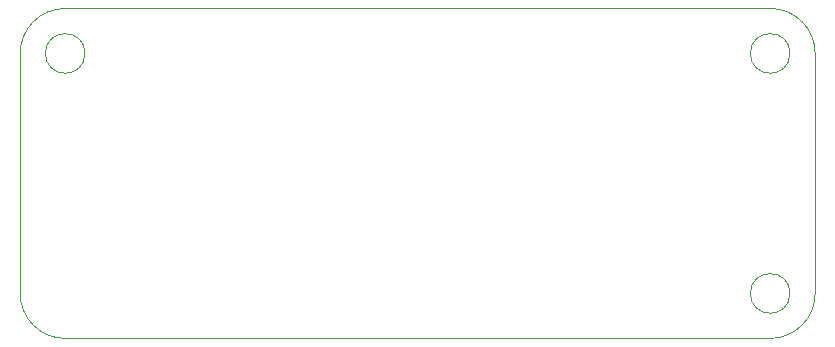
<source format=gbr>
%TF.GenerationSoftware,KiCad,Pcbnew,9.0.5*%
%TF.CreationDate,2025-11-29T21:51:22-08:00*%
%TF.ProjectId,TinyGawant,54696e79-4761-4776-916e-742e6b696361,rev?*%
%TF.SameCoordinates,Original*%
%TF.FileFunction,Profile,NP*%
%FSLAX46Y46*%
G04 Gerber Fmt 4.6, Leading zero omitted, Abs format (unit mm)*
G04 Created by KiCad (PCBNEW 9.0.5) date 2025-11-29 21:51:22*
%MOMM*%
%LPD*%
G01*
G04 APERTURE LIST*
%TA.AperFunction,Profile*%
%ADD10C,0.050000*%
%TD*%
G04 APERTURE END LIST*
D10*
X114300000Y-138430000D02*
G75*
G02*
X110490000Y-134620000I0J3810000D01*
G01*
X177800000Y-114300000D02*
X177800000Y-134620000D01*
X173990000Y-138430000D02*
X114300000Y-138430000D01*
X110490000Y-134620000D02*
X110490000Y-114300000D01*
X175666400Y-134620000D02*
G75*
G02*
X172313600Y-134620000I-1676400J0D01*
G01*
X172313600Y-134620000D02*
G75*
G02*
X175666400Y-134620000I1676400J0D01*
G01*
X115976400Y-114300000D02*
G75*
G02*
X112623600Y-114300000I-1676400J0D01*
G01*
X112623600Y-114300000D02*
G75*
G02*
X115976400Y-114300000I1676400J0D01*
G01*
X175666400Y-114300000D02*
G75*
G02*
X172313600Y-114300000I-1676400J0D01*
G01*
X172313600Y-114300000D02*
G75*
G02*
X175666400Y-114300000I1676400J0D01*
G01*
X114300000Y-110490000D02*
X173990000Y-110490000D01*
X177800000Y-134620000D02*
G75*
G02*
X173990000Y-138430000I-3810000J0D01*
G01*
X110490000Y-114300000D02*
G75*
G02*
X114300000Y-110490000I3810000J0D01*
G01*
X173990000Y-110490000D02*
G75*
G02*
X177800000Y-114300000I0J-3810000D01*
G01*
M02*

</source>
